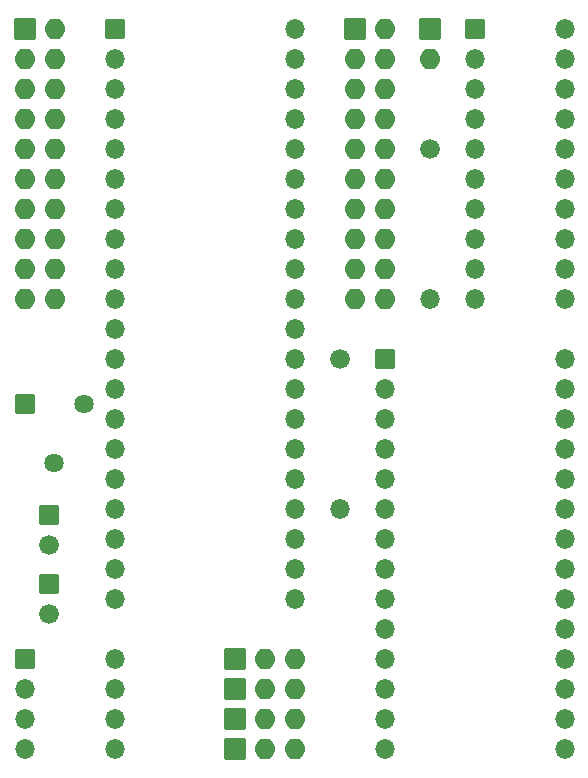
<source format=gts>
G04 #@! TF.GenerationSoftware,KiCad,Pcbnew,8.0.6*
G04 #@! TF.CreationDate,2025-02-13T00:08:43+01:00*
G04 #@! TF.ProjectId,board_v1,626f6172-645f-4763-912e-6b696361645f,rev?*
G04 #@! TF.SameCoordinates,Original*
G04 #@! TF.FileFunction,Soldermask,Top*
G04 #@! TF.FilePolarity,Negative*
%FSLAX46Y46*%
G04 Gerber Fmt 4.6, Leading zero omitted, Abs format (unit mm)*
G04 Created by KiCad (PCBNEW 8.0.6) date 2025-02-13 00:08:43*
%MOMM*%
%LPD*%
G01*
G04 APERTURE LIST*
G04 Aperture macros list*
%AMRoundRect*
0 Rectangle with rounded corners*
0 $1 Rounding radius*
0 $2 $3 $4 $5 $6 $7 $8 $9 X,Y pos of 4 corners*
0 Add a 4 corners polygon primitive as box body*
4,1,4,$2,$3,$4,$5,$6,$7,$8,$9,$2,$3,0*
0 Add four circle primitives for the rounded corners*
1,1,$1+$1,$2,$3*
1,1,$1+$1,$4,$5*
1,1,$1+$1,$6,$7*
1,1,$1+$1,$8,$9*
0 Add four rect primitives between the rounded corners*
20,1,$1+$1,$2,$3,$4,$5,0*
20,1,$1+$1,$4,$5,$6,$7,0*
20,1,$1+$1,$6,$7,$8,$9,0*
20,1,$1+$1,$8,$9,$2,$3,0*%
G04 Aperture macros list end*
%ADD10RoundRect,0.038000X-0.800000X-0.800000X0.800000X-0.800000X0.800000X0.800000X-0.800000X0.800000X0*%
%ADD11O,1.676000X1.676000*%
%ADD12RoundRect,0.038000X-0.850000X-0.850000X0.850000X-0.850000X0.850000X0.850000X-0.850000X0.850000X0*%
%ADD13O,1.776000X1.776000*%
%ADD14RoundRect,0.038000X0.850000X-0.850000X0.850000X0.850000X-0.850000X0.850000X-0.850000X-0.850000X0*%
%ADD15RoundRect,0.038000X-0.800000X0.800000X-0.800000X-0.800000X0.800000X-0.800000X0.800000X0.800000X0*%
%ADD16C,1.676000*%
%ADD17RoundRect,0.038000X-0.780000X-0.780000X0.780000X-0.780000X0.780000X0.780000X-0.780000X0.780000X0*%
%ADD18C,1.636000*%
G04 APERTURE END LIST*
D10*
X106680000Y-76200000D03*
D11*
X106680000Y-78740000D03*
X106680000Y-81280000D03*
X106680000Y-83820000D03*
X106680000Y-86360000D03*
X106680000Y-88900000D03*
X106680000Y-91440000D03*
X106680000Y-93980000D03*
X106680000Y-96520000D03*
X106680000Y-99060000D03*
X114300000Y-99060000D03*
X114300000Y-96520000D03*
X114300000Y-93980000D03*
X114300000Y-91440000D03*
X114300000Y-88900000D03*
X114300000Y-86360000D03*
X114300000Y-83820000D03*
X114300000Y-81280000D03*
X114300000Y-78740000D03*
X114300000Y-76200000D03*
D12*
X68580000Y-76200000D03*
D13*
X71120000Y-76200000D03*
X68580000Y-78740000D03*
X71120000Y-78740000D03*
X68580000Y-81280000D03*
X71120000Y-81280000D03*
X68580000Y-83820000D03*
X71120000Y-83820000D03*
X68580000Y-86360000D03*
X71120000Y-86360000D03*
X68580000Y-88900000D03*
X71120000Y-88900000D03*
X68580000Y-91440000D03*
X71120000Y-91440000D03*
X68580000Y-93980000D03*
X71120000Y-93980000D03*
X68580000Y-96520000D03*
X71120000Y-96520000D03*
X68580000Y-99060000D03*
X71120000Y-99060000D03*
D10*
X99060000Y-104140000D03*
D11*
X99060000Y-106680000D03*
X99060000Y-109220000D03*
X99060000Y-111760000D03*
X99060000Y-114300000D03*
X99060000Y-116840000D03*
X99060000Y-119380000D03*
X99060000Y-121920000D03*
X99060000Y-124460000D03*
X99060000Y-127000000D03*
X99060000Y-129540000D03*
X99060000Y-132080000D03*
X99060000Y-134620000D03*
X99060000Y-137160000D03*
X114300000Y-137160000D03*
X114300000Y-134620000D03*
X114300000Y-132080000D03*
X114300000Y-129540000D03*
X114300000Y-127000000D03*
X114300000Y-124460000D03*
X114300000Y-121920000D03*
X114300000Y-119380000D03*
X114300000Y-116840000D03*
X114300000Y-114300000D03*
X114300000Y-111760000D03*
X114300000Y-109220000D03*
X114300000Y-106680000D03*
X114300000Y-104140000D03*
D10*
X76200000Y-76200000D03*
D11*
X76200000Y-78740000D03*
X76200000Y-81280000D03*
X76200000Y-83820000D03*
X76200000Y-86360000D03*
X76200000Y-88900000D03*
X76200000Y-91440000D03*
X76200000Y-93980000D03*
X76200000Y-96520000D03*
X76200000Y-99060000D03*
X76200000Y-101600000D03*
X76200000Y-104140000D03*
X76200000Y-106680000D03*
X76200000Y-109220000D03*
X76200000Y-111760000D03*
X76200000Y-114300000D03*
X76200000Y-116840000D03*
X76200000Y-119380000D03*
X76200000Y-121920000D03*
X76200000Y-124460000D03*
X91440000Y-124460000D03*
X91440000Y-121920000D03*
X91440000Y-119380000D03*
X91440000Y-116840000D03*
X91440000Y-114300000D03*
X91440000Y-111760000D03*
X91440000Y-109220000D03*
X91440000Y-106680000D03*
X91440000Y-104140000D03*
X91440000Y-101600000D03*
X91440000Y-99060000D03*
X91440000Y-96520000D03*
X91440000Y-93980000D03*
X91440000Y-91440000D03*
X91440000Y-88900000D03*
X91440000Y-86360000D03*
X91440000Y-83820000D03*
X91440000Y-81280000D03*
X91440000Y-78740000D03*
X91440000Y-76200000D03*
D12*
X96520000Y-76200000D03*
D13*
X99060000Y-76200000D03*
X96520000Y-78740000D03*
X99060000Y-78740000D03*
X96520000Y-81280000D03*
X99060000Y-81280000D03*
X96520000Y-83820000D03*
X99060000Y-83820000D03*
X96520000Y-86360000D03*
X99060000Y-86360000D03*
X96520000Y-88900000D03*
X99060000Y-88900000D03*
X96520000Y-91440000D03*
X99060000Y-91440000D03*
X96520000Y-93980000D03*
X99060000Y-93980000D03*
X96520000Y-96520000D03*
X99060000Y-96520000D03*
X96520000Y-99060000D03*
X99060000Y-99060000D03*
D14*
X86360000Y-134620000D03*
D13*
X88900000Y-134620000D03*
X91440000Y-134620000D03*
D15*
X70612000Y-123190000D03*
D16*
X70612000Y-125690000D03*
D14*
X86360000Y-132080000D03*
D13*
X88900000Y-132080000D03*
X91440000Y-132080000D03*
D15*
X70612000Y-117348000D03*
D16*
X70612000Y-119848000D03*
D10*
X68580000Y-129540000D03*
D11*
X68580000Y-132080000D03*
X68580000Y-134620000D03*
X68580000Y-137160000D03*
X76200000Y-137160000D03*
X76200000Y-134620000D03*
X76200000Y-132080000D03*
X76200000Y-129540000D03*
D14*
X86360000Y-129540000D03*
D13*
X88900000Y-129540000D03*
X91440000Y-129540000D03*
D14*
X86360000Y-137160000D03*
D13*
X88900000Y-137160000D03*
X91440000Y-137160000D03*
D16*
X95250000Y-104140000D03*
D11*
X95250000Y-116840000D03*
D16*
X102870000Y-86360000D03*
D11*
X102870000Y-99060000D03*
D17*
X68580000Y-107950000D03*
D18*
X71080000Y-112950000D03*
X73580000Y-107950000D03*
D12*
X102870000Y-76200000D03*
D13*
X102870000Y-78740000D03*
M02*

</source>
